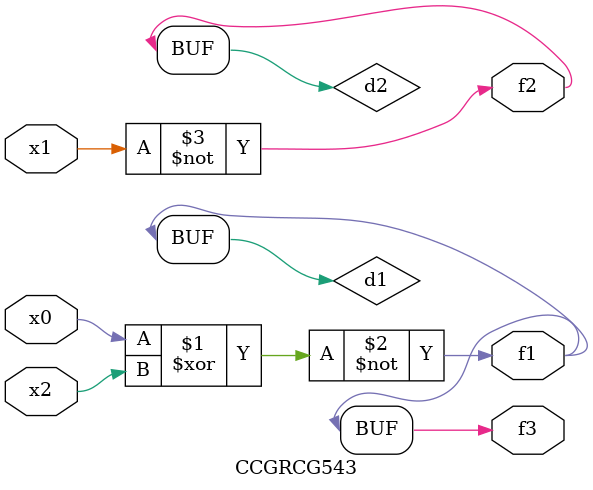
<source format=v>
module CCGRCG543(
	input x0, x1, x2,
	output f1, f2, f3
);

	wire d1, d2, d3;

	xnor (d1, x0, x2);
	nand (d2, x1);
	nor (d3, x1, x2);
	assign f1 = d1;
	assign f2 = d2;
	assign f3 = d1;
endmodule

</source>
